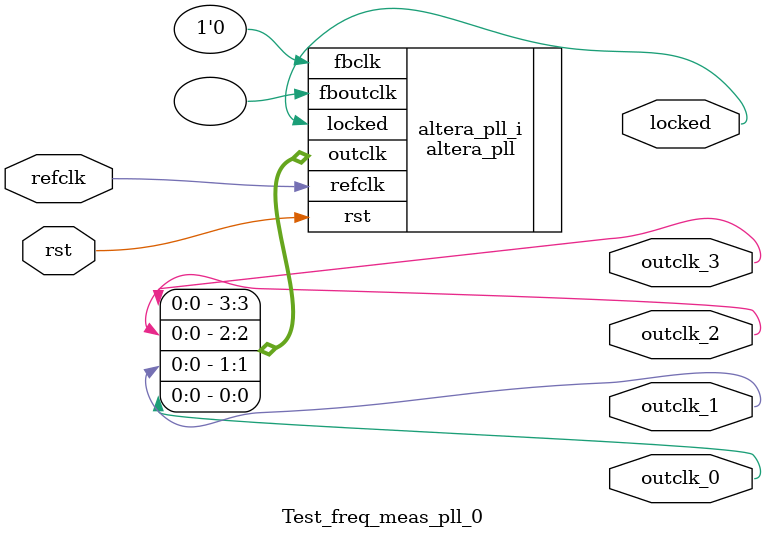
<source format=v>
`timescale 1ns/10ps
module  Test_freq_meas_pll_0(

	// interface 'refclk'
	input wire refclk,

	// interface 'reset'
	input wire rst,

	// interface 'outclk0'
	output wire outclk_0,

	// interface 'outclk1'
	output wire outclk_1,

	// interface 'outclk2'
	output wire outclk_2,

	// interface 'outclk3'
	output wire outclk_3,

	// interface 'locked'
	output wire locked
);

	altera_pll #(
		.fractional_vco_multiplier("false"),
		.reference_clock_frequency("50.0 MHz"),
		.operation_mode("direct"),
		.number_of_clocks(4),
		.output_clock_frequency0("54.000000 MHz"),
		.phase_shift0("0 ps"),
		.duty_cycle0(50),
		.output_clock_frequency1("12.000000 MHz"),
		.phase_shift1("0 ps"),
		.duty_cycle1(50),
		.output_clock_frequency2("24.000000 MHz"),
		.phase_shift2("0 ps"),
		.duty_cycle2(50),
		.output_clock_frequency3("12.000000 MHz"),
		.phase_shift3("0 ps"),
		.duty_cycle3(50),
		.output_clock_frequency4("0 MHz"),
		.phase_shift4("0 ps"),
		.duty_cycle4(50),
		.output_clock_frequency5("0 MHz"),
		.phase_shift5("0 ps"),
		.duty_cycle5(50),
		.output_clock_frequency6("0 MHz"),
		.phase_shift6("0 ps"),
		.duty_cycle6(50),
		.output_clock_frequency7("0 MHz"),
		.phase_shift7("0 ps"),
		.duty_cycle7(50),
		.output_clock_frequency8("0 MHz"),
		.phase_shift8("0 ps"),
		.duty_cycle8(50),
		.output_clock_frequency9("0 MHz"),
		.phase_shift9("0 ps"),
		.duty_cycle9(50),
		.output_clock_frequency10("0 MHz"),
		.phase_shift10("0 ps"),
		.duty_cycle10(50),
		.output_clock_frequency11("0 MHz"),
		.phase_shift11("0 ps"),
		.duty_cycle11(50),
		.output_clock_frequency12("0 MHz"),
		.phase_shift12("0 ps"),
		.duty_cycle12(50),
		.output_clock_frequency13("0 MHz"),
		.phase_shift13("0 ps"),
		.duty_cycle13(50),
		.output_clock_frequency14("0 MHz"),
		.phase_shift14("0 ps"),
		.duty_cycle14(50),
		.output_clock_frequency15("0 MHz"),
		.phase_shift15("0 ps"),
		.duty_cycle15(50),
		.output_clock_frequency16("0 MHz"),
		.phase_shift16("0 ps"),
		.duty_cycle16(50),
		.output_clock_frequency17("0 MHz"),
		.phase_shift17("0 ps"),
		.duty_cycle17(50),
		.pll_type("General"),
		.pll_subtype("General")
	) altera_pll_i (
		.rst	(rst),
		.outclk	({outclk_3, outclk_2, outclk_1, outclk_0}),
		.locked	(locked),
		.fboutclk	( ),
		.fbclk	(1'b0),
		.refclk	(refclk)
	);
endmodule


</source>
